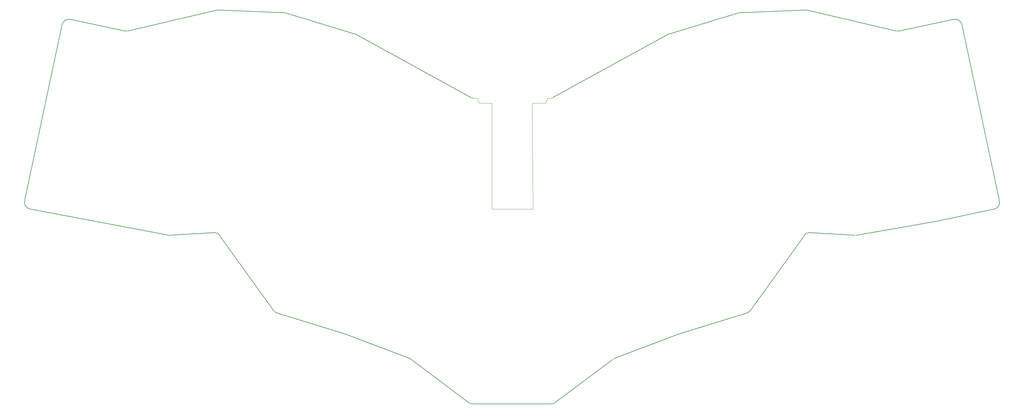
<source format=gbr>
%TF.GenerationSoftware,KiCad,Pcbnew,8.0.6*%
%TF.CreationDate,2025-05-26T13:53:35+02:00*%
%TF.ProjectId,main-rounded,6d61696e-2d72-46f7-956e-6465642e6b69,v1.0.0*%
%TF.SameCoordinates,Original*%
%TF.FileFunction,Profile,NP*%
%FSLAX46Y46*%
G04 Gerber Fmt 4.6, Leading zero omitted, Abs format (unit mm)*
G04 Created by KiCad (PCBNEW 8.0.6) date 2025-05-26 13:53:35*
%MOMM*%
%LPD*%
G01*
G04 APERTURE LIST*
%TA.AperFunction,Profile*%
%ADD10C,0.150000*%
%TD*%
%TA.AperFunction,Profile*%
%ADD11C,0.050000*%
%TD*%
G04 APERTURE END LIST*
D10*
X275800018Y-144294857D02*
G75*
G02*
X277539435Y-143466258I1623482J-1168043D01*
G01*
X121266752Y-167060474D02*
G75*
G02*
X120233439Y-166317541I590148J1910874D01*
G01*
X177391910Y-193357266D02*
X160583743Y-180691404D01*
D11*
X184000000Y-105500000D02*
X184250000Y-105500000D01*
X290584636Y-144223722D02*
X291040378Y-144198006D01*
D10*
X160090213Y-180418980D02*
X140861025Y-173115840D01*
X144321564Y-85223255D02*
G75*
G02*
X144703037Y-85384747I-584564J-1912145D01*
G01*
X201593385Y-193759995D02*
X178595540Y-193759995D01*
X104122851Y-78089161D02*
X123223451Y-78841775D01*
X239327900Y-173115840D02*
G75*
G02*
X239447854Y-173074583I709300J-1867260D01*
G01*
X314741420Y-140111697D02*
X291040378Y-144198006D01*
D11*
X180500000Y-105500000D02*
X180000000Y-104000000D01*
X219605182Y-180691404D02*
X220098712Y-180418980D01*
X196250000Y-136500000D02*
X196000000Y-105500000D01*
D10*
X102649491Y-143466255D02*
G75*
G02*
X104388926Y-144294844I115909J-1996745D01*
G01*
X60631813Y-80816208D02*
X76821733Y-84257482D01*
X47249510Y-134155522D02*
X58259694Y-82356680D01*
X239327900Y-173115840D02*
X220098712Y-180418980D01*
D11*
X184250000Y-136500000D02*
X196250000Y-136500000D01*
X184000000Y-105500000D02*
X180500000Y-105500000D01*
D10*
X256459475Y-78927614D02*
G75*
G02*
X256965473Y-78841761I584825J-1912786D01*
G01*
X123729450Y-78927614D02*
X144321564Y-85223255D01*
X321929231Y-82356680D02*
X332948551Y-134198502D01*
D11*
X200500000Y-104000000D02*
X201651327Y-103981494D01*
D10*
X89132326Y-144190956D02*
X48832588Y-136536215D01*
D11*
X201651327Y-103981494D02*
X202118665Y-103795823D01*
D10*
X202797015Y-193357266D02*
G75*
G02*
X201593385Y-193759967I-1203615J1597366D01*
G01*
X140741070Y-173074585D02*
X121266752Y-167060474D01*
X331408079Y-136570621D02*
X314817436Y-140097071D01*
X319557112Y-80816208D02*
G75*
G02*
X321929263Y-82356673I415788J-1956392D01*
G01*
X290584636Y-144223722D02*
X277539435Y-143466255D01*
D11*
X180000000Y-104000000D02*
X179036478Y-104044703D01*
D10*
X178595540Y-193759995D02*
G75*
G02*
X177391920Y-193357252I-40J1999795D01*
G01*
X77696732Y-84247763D02*
G75*
G02*
X76821737Y-84257462I-459132J1946963D01*
G01*
X120233414Y-166317559D02*
X104388907Y-144294857D01*
X77696732Y-84247763D02*
X103584932Y-78141034D01*
X58259694Y-82356680D02*
G75*
G02*
X60631816Y-80816193I1956306J-415820D01*
G01*
X48832588Y-136536214D02*
G75*
G02*
X47249453Y-134155510I373212J1964914D01*
G01*
X235867362Y-85223255D02*
X256459475Y-78927614D01*
X303367192Y-84257482D02*
G75*
G02*
X302492197Y-84247751I-415792J1956582D01*
G01*
D11*
X184250000Y-105500000D02*
X184250000Y-136500000D01*
D10*
X276066074Y-78089161D02*
G75*
G02*
X276603994Y-78141032I78726J-1998739D01*
G01*
X303367192Y-84257482D02*
X319557112Y-80816208D01*
X259955511Y-166317559D02*
G75*
G02*
X258922175Y-167060480I-1623511J1168059D01*
G01*
X235485887Y-85384744D02*
G75*
G02*
X235867364Y-85223263I966613J-1752156D01*
G01*
X314817436Y-140097071D02*
G75*
G02*
X314741420Y-140111698I-414636J1949971D01*
G01*
D11*
X196000000Y-105500000D02*
X200000000Y-105500000D01*
D10*
X123223451Y-78841775D02*
G75*
G02*
X123729452Y-78927609I-78751J-1998625D01*
G01*
X258922173Y-167060474D02*
X239447855Y-173074585D01*
X102649491Y-143466255D02*
X89621478Y-144222724D01*
D11*
X200000000Y-105500000D02*
X200500000Y-104000000D01*
D10*
X332948551Y-134198502D02*
G75*
G02*
X331408082Y-136570633I-1956351J-415798D01*
G01*
X140741070Y-173074585D02*
G75*
G02*
X140861025Y-173115841I-590770J-1912715D01*
G01*
X276603993Y-78141034D02*
X302492194Y-84247763D01*
X144703038Y-85384744D02*
X178070260Y-103795823D01*
D11*
X178070260Y-103795823D02*
X179036478Y-104044703D01*
D10*
X160090213Y-180418980D02*
G75*
G02*
X160583740Y-180691408I-710413J-1870220D01*
G01*
X256965474Y-78841775D02*
X276066074Y-78089161D01*
X219605182Y-180691404D02*
X202797015Y-193357266D01*
X103584932Y-78141034D02*
G75*
G02*
X104122851Y-78089165I459168J-1946666D01*
G01*
X89621478Y-144222724D02*
G75*
G02*
X89132327Y-144190955I-115978J1995924D01*
G01*
X275800018Y-144294857D02*
X259955511Y-166317559D01*
X202118665Y-103795823D02*
X235485887Y-85384744D01*
M02*

</source>
